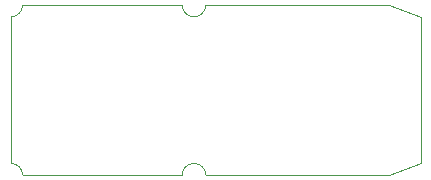
<source format=gbr>
G04 #@! TF.FileFunction,Profile,NP*
%FSLAX46Y46*%
G04 Gerber Fmt 4.6, Leading zero omitted, Abs format (unit mm)*
G04 Created by KiCad (PCBNEW 4.0.7-e2-6376~61~ubuntu18.04.1) date Fri Jan 25 15:58:37 2019*
%MOMM*%
%LPD*%
G01*
G04 APERTURE LIST*
%ADD10C,0.100000*%
G04 APERTURE END LIST*
D10*
X134700000Y-86600000D02*
X134700000Y-99000000D01*
X132000000Y-85600000D02*
X134700000Y-86600000D01*
X100000000Y-86600000D02*
G75*
G03X101000000Y-85600000I0J1000000D01*
G01*
X101000000Y-100000000D02*
G75*
G03X100000000Y-99000000I-1000000J0D01*
G01*
X100000000Y-86600000D02*
X100000000Y-99000000D01*
X101000000Y-85600000D02*
X114500000Y-85600000D01*
X101000000Y-100000000D02*
X114500000Y-100000000D01*
X116500000Y-100000000D02*
X132000000Y-100000000D01*
X116500000Y-85600000D02*
X132000000Y-85600000D01*
X115500000Y-99000000D02*
G75*
G03X114500000Y-100000000I0J-1000000D01*
G01*
X116500000Y-100000000D02*
G75*
G03X115500000Y-99000000I-1000000J0D01*
G01*
X114500000Y-85600000D02*
G75*
G03X115500000Y-86600000I1000000J0D01*
G01*
X115500000Y-86600000D02*
G75*
G03X116500000Y-85600000I0J1000000D01*
G01*
X132000000Y-100000000D02*
X134700000Y-99000000D01*
M02*

</source>
